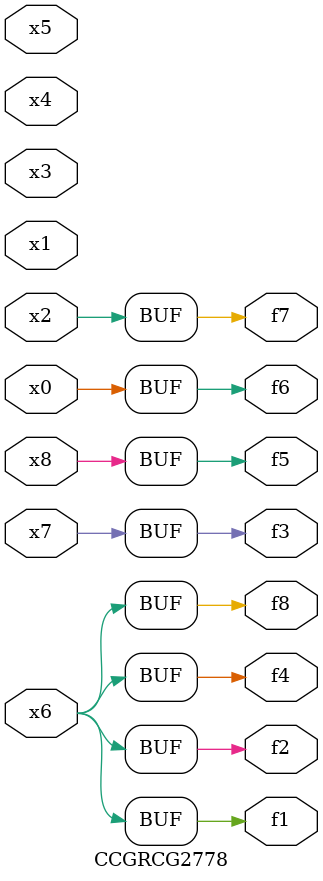
<source format=v>
module CCGRCG2778(
	input x0, x1, x2, x3, x4, x5, x6, x7, x8,
	output f1, f2, f3, f4, f5, f6, f7, f8
);
	assign f1 = x6;
	assign f2 = x6;
	assign f3 = x7;
	assign f4 = x6;
	assign f5 = x8;
	assign f6 = x0;
	assign f7 = x2;
	assign f8 = x6;
endmodule

</source>
